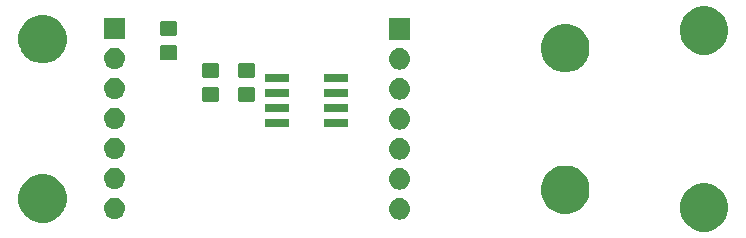
<source format=gbr>
G04 #@! TF.GenerationSoftware,KiCad,Pcbnew,(5.1.2)-2*
G04 #@! TF.CreationDate,2019-07-31T11:15:24+03:00*
G04 #@! TF.ProjectId,Sensor board,53656e73-6f72-4206-926f-6172642e6b69,rev?*
G04 #@! TF.SameCoordinates,Original*
G04 #@! TF.FileFunction,Soldermask,Top*
G04 #@! TF.FilePolarity,Negative*
%FSLAX46Y46*%
G04 Gerber Fmt 4.6, Leading zero omitted, Abs format (unit mm)*
G04 Created by KiCad (PCBNEW (5.1.2)-2) date 2019-07-31 11:15:24*
%MOMM*%
%LPD*%
G04 APERTURE LIST*
%ADD10C,0.100000*%
G04 APERTURE END LIST*
D10*
G36*
X103848254Y-34027818D02*
G01*
X104221511Y-34182426D01*
X104221513Y-34182427D01*
X104368705Y-34280778D01*
X104557436Y-34406884D01*
X104843116Y-34692564D01*
X105067574Y-35028489D01*
X105222182Y-35401746D01*
X105301000Y-35797993D01*
X105301000Y-36202007D01*
X105222182Y-36598254D01*
X105095355Y-36904442D01*
X105067573Y-36971513D01*
X104843116Y-37307436D01*
X104557436Y-37593116D01*
X104221513Y-37817573D01*
X104221512Y-37817574D01*
X104221511Y-37817574D01*
X103848254Y-37972182D01*
X103452007Y-38051000D01*
X103047993Y-38051000D01*
X102651746Y-37972182D01*
X102278489Y-37817574D01*
X102278488Y-37817574D01*
X102278487Y-37817573D01*
X101942564Y-37593116D01*
X101656884Y-37307436D01*
X101432427Y-36971513D01*
X101404645Y-36904442D01*
X101277818Y-36598254D01*
X101199000Y-36202007D01*
X101199000Y-35797993D01*
X101277818Y-35401746D01*
X101432426Y-35028489D01*
X101656884Y-34692564D01*
X101942564Y-34406884D01*
X102131295Y-34280778D01*
X102278487Y-34182427D01*
X102278489Y-34182426D01*
X102651746Y-34027818D01*
X103047993Y-33949000D01*
X103452007Y-33949000D01*
X103848254Y-34027818D01*
X103848254Y-34027818D01*
G37*
G36*
X47848254Y-33277818D02*
G01*
X48221511Y-33432426D01*
X48221513Y-33432427D01*
X48557436Y-33656884D01*
X48843116Y-33942564D01*
X49025277Y-34215186D01*
X49067574Y-34278489D01*
X49222182Y-34651746D01*
X49301000Y-35047993D01*
X49301000Y-35452007D01*
X49222182Y-35848254D01*
X49184853Y-35938374D01*
X49067573Y-36221513D01*
X48843116Y-36557436D01*
X48557436Y-36843116D01*
X48221513Y-37067573D01*
X48221512Y-37067574D01*
X48221511Y-37067574D01*
X47848254Y-37222182D01*
X47452007Y-37301000D01*
X47047993Y-37301000D01*
X46651746Y-37222182D01*
X46278489Y-37067574D01*
X46278488Y-37067574D01*
X46278487Y-37067573D01*
X45942564Y-36843116D01*
X45656884Y-36557436D01*
X45432427Y-36221513D01*
X45315147Y-35938374D01*
X45277818Y-35848254D01*
X45199000Y-35452007D01*
X45199000Y-35047993D01*
X45277818Y-34651746D01*
X45432426Y-34278489D01*
X45474724Y-34215186D01*
X45656884Y-33942564D01*
X45942564Y-33656884D01*
X46278487Y-33432427D01*
X46278489Y-33432426D01*
X46651746Y-33277818D01*
X47047993Y-33199000D01*
X47452007Y-33199000D01*
X47848254Y-33277818D01*
X47848254Y-33277818D01*
G37*
G36*
X77580442Y-35220519D02*
G01*
X77646627Y-35227038D01*
X77816466Y-35278558D01*
X77972991Y-35362223D01*
X78008729Y-35391553D01*
X78110186Y-35474815D01*
X78184205Y-35565009D01*
X78222778Y-35612010D01*
X78306443Y-35768535D01*
X78357963Y-35938374D01*
X78375359Y-36115001D01*
X78357963Y-36291628D01*
X78306443Y-36461467D01*
X78222778Y-36617992D01*
X78193448Y-36653730D01*
X78110186Y-36755187D01*
X78008729Y-36838449D01*
X77972991Y-36867779D01*
X77816466Y-36951444D01*
X77646627Y-37002964D01*
X77580443Y-37009482D01*
X77514260Y-37016001D01*
X77425740Y-37016001D01*
X77359557Y-37009482D01*
X77293373Y-37002964D01*
X77123534Y-36951444D01*
X76967009Y-36867779D01*
X76931271Y-36838449D01*
X76829814Y-36755187D01*
X76746552Y-36653730D01*
X76717222Y-36617992D01*
X76633557Y-36461467D01*
X76582037Y-36291628D01*
X76564641Y-36115001D01*
X76582037Y-35938374D01*
X76633557Y-35768535D01*
X76717222Y-35612010D01*
X76755795Y-35565009D01*
X76829814Y-35474815D01*
X76931271Y-35391553D01*
X76967009Y-35362223D01*
X77123534Y-35278558D01*
X77293373Y-35227038D01*
X77359558Y-35220519D01*
X77425740Y-35214001D01*
X77514260Y-35214001D01*
X77580442Y-35220519D01*
X77580442Y-35220519D01*
G37*
G36*
X53450442Y-35173518D02*
G01*
X53516627Y-35180037D01*
X53686466Y-35231557D01*
X53842991Y-35315222D01*
X53878729Y-35344552D01*
X53980186Y-35427814D01*
X54063448Y-35529271D01*
X54092778Y-35565009D01*
X54176443Y-35721534D01*
X54227963Y-35891373D01*
X54245359Y-36068000D01*
X54227963Y-36244627D01*
X54176443Y-36414466D01*
X54092778Y-36570991D01*
X54070404Y-36598254D01*
X53980186Y-36708186D01*
X53878729Y-36791448D01*
X53842991Y-36820778D01*
X53686466Y-36904443D01*
X53516627Y-36955963D01*
X53450442Y-36962482D01*
X53384260Y-36969000D01*
X53295740Y-36969000D01*
X53229558Y-36962482D01*
X53163373Y-36955963D01*
X52993534Y-36904443D01*
X52837009Y-36820778D01*
X52801271Y-36791448D01*
X52699814Y-36708186D01*
X52609596Y-36598254D01*
X52587222Y-36570991D01*
X52503557Y-36414466D01*
X52452037Y-36244627D01*
X52434641Y-36068000D01*
X52452037Y-35891373D01*
X52503557Y-35721534D01*
X52587222Y-35565009D01*
X52616552Y-35529271D01*
X52699814Y-35427814D01*
X52801271Y-35344552D01*
X52837009Y-35315222D01*
X52993534Y-35231557D01*
X53163373Y-35180037D01*
X53229558Y-35173518D01*
X53295740Y-35167000D01*
X53384260Y-35167000D01*
X53450442Y-35173518D01*
X53450442Y-35173518D01*
G37*
G36*
X92098254Y-32527818D02*
G01*
X92451171Y-32674001D01*
X92471513Y-32682427D01*
X92807436Y-32906884D01*
X93093116Y-33192564D01*
X93317248Y-33528000D01*
X93317574Y-33528489D01*
X93472182Y-33901746D01*
X93551000Y-34297993D01*
X93551000Y-34702007D01*
X93472182Y-35098254D01*
X93335674Y-35427814D01*
X93317573Y-35471513D01*
X93093116Y-35807436D01*
X92807436Y-36093116D01*
X92471513Y-36317573D01*
X92471512Y-36317574D01*
X92471511Y-36317574D01*
X92098254Y-36472182D01*
X91702007Y-36551000D01*
X91297993Y-36551000D01*
X90901746Y-36472182D01*
X90528489Y-36317574D01*
X90528488Y-36317574D01*
X90528487Y-36317573D01*
X90192564Y-36093116D01*
X89906884Y-35807436D01*
X89682427Y-35471513D01*
X89664326Y-35427814D01*
X89527818Y-35098254D01*
X89449000Y-34702007D01*
X89449000Y-34297993D01*
X89527818Y-33901746D01*
X89682426Y-33528489D01*
X89682753Y-33528000D01*
X89906884Y-33192564D01*
X90192564Y-32906884D01*
X90528487Y-32682427D01*
X90548829Y-32674001D01*
X90901746Y-32527818D01*
X91297993Y-32449000D01*
X91702007Y-32449000D01*
X92098254Y-32527818D01*
X92098254Y-32527818D01*
G37*
G36*
X77580443Y-32680520D02*
G01*
X77646627Y-32687038D01*
X77816466Y-32738558D01*
X77972991Y-32822223D01*
X78008729Y-32851553D01*
X78110186Y-32934815D01*
X78184205Y-33025009D01*
X78222778Y-33072010D01*
X78306443Y-33228535D01*
X78357963Y-33398374D01*
X78375359Y-33575001D01*
X78357963Y-33751628D01*
X78306443Y-33921467D01*
X78222778Y-34077992D01*
X78193448Y-34113730D01*
X78110186Y-34215187D01*
X78009285Y-34297993D01*
X77972991Y-34327779D01*
X77816466Y-34411444D01*
X77646627Y-34462964D01*
X77580442Y-34469483D01*
X77514260Y-34476001D01*
X77425740Y-34476001D01*
X77359558Y-34469483D01*
X77293373Y-34462964D01*
X77123534Y-34411444D01*
X76967009Y-34327779D01*
X76930715Y-34297993D01*
X76829814Y-34215187D01*
X76746552Y-34113730D01*
X76717222Y-34077992D01*
X76633557Y-33921467D01*
X76582037Y-33751628D01*
X76564641Y-33575001D01*
X76582037Y-33398374D01*
X76633557Y-33228535D01*
X76717222Y-33072010D01*
X76755795Y-33025009D01*
X76829814Y-32934815D01*
X76931271Y-32851553D01*
X76967009Y-32822223D01*
X77123534Y-32738558D01*
X77293373Y-32687038D01*
X77359557Y-32680520D01*
X77425740Y-32674001D01*
X77514260Y-32674001D01*
X77580443Y-32680520D01*
X77580443Y-32680520D01*
G37*
G36*
X53450442Y-32633518D02*
G01*
X53516627Y-32640037D01*
X53686466Y-32691557D01*
X53842991Y-32775222D01*
X53878729Y-32804552D01*
X53980186Y-32887814D01*
X54063448Y-32989271D01*
X54092778Y-33025009D01*
X54176443Y-33181534D01*
X54227963Y-33351373D01*
X54245359Y-33528000D01*
X54227963Y-33704627D01*
X54176443Y-33874466D01*
X54092778Y-34030991D01*
X54063448Y-34066729D01*
X53980186Y-34168186D01*
X53878729Y-34251448D01*
X53842991Y-34280778D01*
X53686466Y-34364443D01*
X53516627Y-34415963D01*
X53450443Y-34422481D01*
X53384260Y-34429000D01*
X53295740Y-34429000D01*
X53229557Y-34422481D01*
X53163373Y-34415963D01*
X52993534Y-34364443D01*
X52837009Y-34280778D01*
X52801271Y-34251448D01*
X52699814Y-34168186D01*
X52616552Y-34066729D01*
X52587222Y-34030991D01*
X52503557Y-33874466D01*
X52452037Y-33704627D01*
X52434641Y-33528000D01*
X52452037Y-33351373D01*
X52503557Y-33181534D01*
X52587222Y-33025009D01*
X52616552Y-32989271D01*
X52699814Y-32887814D01*
X52801271Y-32804552D01*
X52837009Y-32775222D01*
X52993534Y-32691557D01*
X53163373Y-32640037D01*
X53229558Y-32633518D01*
X53295740Y-32627000D01*
X53384260Y-32627000D01*
X53450442Y-32633518D01*
X53450442Y-32633518D01*
G37*
G36*
X77580443Y-30140520D02*
G01*
X77646627Y-30147038D01*
X77816466Y-30198558D01*
X77972991Y-30282223D01*
X78008729Y-30311553D01*
X78110186Y-30394815D01*
X78184205Y-30485009D01*
X78222778Y-30532010D01*
X78306443Y-30688535D01*
X78357963Y-30858374D01*
X78375359Y-31035001D01*
X78357963Y-31211628D01*
X78306443Y-31381467D01*
X78222778Y-31537992D01*
X78193448Y-31573730D01*
X78110186Y-31675187D01*
X78008729Y-31758449D01*
X77972991Y-31787779D01*
X77816466Y-31871444D01*
X77646627Y-31922964D01*
X77580443Y-31929482D01*
X77514260Y-31936001D01*
X77425740Y-31936001D01*
X77359557Y-31929482D01*
X77293373Y-31922964D01*
X77123534Y-31871444D01*
X76967009Y-31787779D01*
X76931271Y-31758449D01*
X76829814Y-31675187D01*
X76746552Y-31573730D01*
X76717222Y-31537992D01*
X76633557Y-31381467D01*
X76582037Y-31211628D01*
X76564641Y-31035001D01*
X76582037Y-30858374D01*
X76633557Y-30688535D01*
X76717222Y-30532010D01*
X76755795Y-30485009D01*
X76829814Y-30394815D01*
X76931271Y-30311553D01*
X76967009Y-30282223D01*
X77123534Y-30198558D01*
X77293373Y-30147038D01*
X77359557Y-30140520D01*
X77425740Y-30134001D01*
X77514260Y-30134001D01*
X77580443Y-30140520D01*
X77580443Y-30140520D01*
G37*
G36*
X53450442Y-30093518D02*
G01*
X53516627Y-30100037D01*
X53686466Y-30151557D01*
X53842991Y-30235222D01*
X53878729Y-30264552D01*
X53980186Y-30347814D01*
X54063448Y-30449271D01*
X54092778Y-30485009D01*
X54176443Y-30641534D01*
X54227963Y-30811373D01*
X54245359Y-30988000D01*
X54227963Y-31164627D01*
X54176443Y-31334466D01*
X54092778Y-31490991D01*
X54063448Y-31526729D01*
X53980186Y-31628186D01*
X53878729Y-31711448D01*
X53842991Y-31740778D01*
X53686466Y-31824443D01*
X53516627Y-31875963D01*
X53450442Y-31882482D01*
X53384260Y-31889000D01*
X53295740Y-31889000D01*
X53229558Y-31882482D01*
X53163373Y-31875963D01*
X52993534Y-31824443D01*
X52837009Y-31740778D01*
X52801271Y-31711448D01*
X52699814Y-31628186D01*
X52616552Y-31526729D01*
X52587222Y-31490991D01*
X52503557Y-31334466D01*
X52452037Y-31164627D01*
X52434641Y-30988000D01*
X52452037Y-30811373D01*
X52503557Y-30641534D01*
X52587222Y-30485009D01*
X52616552Y-30449271D01*
X52699814Y-30347814D01*
X52801271Y-30264552D01*
X52837009Y-30235222D01*
X52993534Y-30151557D01*
X53163373Y-30100037D01*
X53229558Y-30093518D01*
X53295740Y-30087000D01*
X53384260Y-30087000D01*
X53450442Y-30093518D01*
X53450442Y-30093518D01*
G37*
G36*
X77580443Y-27600520D02*
G01*
X77646627Y-27607038D01*
X77816466Y-27658558D01*
X77972991Y-27742223D01*
X78005299Y-27768738D01*
X78110186Y-27854815D01*
X78155474Y-27910000D01*
X78222778Y-27992010D01*
X78306443Y-28148535D01*
X78357963Y-28318374D01*
X78375359Y-28495001D01*
X78357963Y-28671628D01*
X78306443Y-28841467D01*
X78222778Y-28997992D01*
X78193448Y-29033730D01*
X78110186Y-29135187D01*
X78008729Y-29218449D01*
X77972991Y-29247779D01*
X77816466Y-29331444D01*
X77646627Y-29382964D01*
X77580442Y-29389483D01*
X77514260Y-29396001D01*
X77425740Y-29396001D01*
X77359558Y-29389483D01*
X77293373Y-29382964D01*
X77123534Y-29331444D01*
X76967009Y-29247779D01*
X76931271Y-29218449D01*
X76829814Y-29135187D01*
X76746552Y-29033730D01*
X76717222Y-28997992D01*
X76633557Y-28841467D01*
X76582037Y-28671628D01*
X76564641Y-28495001D01*
X76582037Y-28318374D01*
X76633557Y-28148535D01*
X76717222Y-27992010D01*
X76784526Y-27910000D01*
X76829814Y-27854815D01*
X76934701Y-27768738D01*
X76967009Y-27742223D01*
X77123534Y-27658558D01*
X77293373Y-27607038D01*
X77359557Y-27600520D01*
X77425740Y-27594001D01*
X77514260Y-27594001D01*
X77580443Y-27600520D01*
X77580443Y-27600520D01*
G37*
G36*
X53450442Y-27553518D02*
G01*
X53516627Y-27560037D01*
X53686466Y-27611557D01*
X53842991Y-27695222D01*
X53878729Y-27724552D01*
X53980186Y-27807814D01*
X54048004Y-27890452D01*
X54092778Y-27945009D01*
X54176443Y-28101534D01*
X54227963Y-28271373D01*
X54245359Y-28448000D01*
X54227963Y-28624627D01*
X54176443Y-28794466D01*
X54092778Y-28950991D01*
X54063448Y-28986729D01*
X53980186Y-29088186D01*
X53892128Y-29160452D01*
X53842991Y-29200778D01*
X53686466Y-29284443D01*
X53516627Y-29335963D01*
X53450443Y-29342481D01*
X53384260Y-29349000D01*
X53295740Y-29349000D01*
X53229557Y-29342481D01*
X53163373Y-29335963D01*
X52993534Y-29284443D01*
X52837009Y-29200778D01*
X52787872Y-29160452D01*
X52699814Y-29088186D01*
X52616552Y-28986729D01*
X52587222Y-28950991D01*
X52503557Y-28794466D01*
X52452037Y-28624627D01*
X52434641Y-28448000D01*
X52452037Y-28271373D01*
X52503557Y-28101534D01*
X52587222Y-27945009D01*
X52631996Y-27890452D01*
X52699814Y-27807814D01*
X52801271Y-27724552D01*
X52837009Y-27695222D01*
X52993534Y-27611557D01*
X53163373Y-27560037D01*
X53229558Y-27553518D01*
X53295740Y-27547000D01*
X53384260Y-27547000D01*
X53450442Y-27553518D01*
X53450442Y-27553518D01*
G37*
G36*
X68055928Y-28480764D02*
G01*
X68077009Y-28487160D01*
X68096445Y-28497548D01*
X68113476Y-28511524D01*
X68127452Y-28528555D01*
X68137840Y-28547991D01*
X68144236Y-28569072D01*
X68147000Y-28597140D01*
X68147000Y-29060860D01*
X68144236Y-29088928D01*
X68137840Y-29110009D01*
X68127452Y-29129445D01*
X68113476Y-29146476D01*
X68096445Y-29160452D01*
X68077009Y-29170840D01*
X68055928Y-29177236D01*
X68027860Y-29180000D01*
X66214140Y-29180000D01*
X66186072Y-29177236D01*
X66164991Y-29170840D01*
X66145555Y-29160452D01*
X66128524Y-29146476D01*
X66114548Y-29129445D01*
X66104160Y-29110009D01*
X66097764Y-29088928D01*
X66095000Y-29060860D01*
X66095000Y-28597140D01*
X66097764Y-28569072D01*
X66104160Y-28547991D01*
X66114548Y-28528555D01*
X66128524Y-28511524D01*
X66145555Y-28497548D01*
X66164991Y-28487160D01*
X66186072Y-28480764D01*
X66214140Y-28478000D01*
X68027860Y-28478000D01*
X68055928Y-28480764D01*
X68055928Y-28480764D01*
G37*
G36*
X73005928Y-28480764D02*
G01*
X73027009Y-28487160D01*
X73046445Y-28497548D01*
X73063476Y-28511524D01*
X73077452Y-28528555D01*
X73087840Y-28547991D01*
X73094236Y-28569072D01*
X73097000Y-28597140D01*
X73097000Y-29060860D01*
X73094236Y-29088928D01*
X73087840Y-29110009D01*
X73077452Y-29129445D01*
X73063476Y-29146476D01*
X73046445Y-29160452D01*
X73027009Y-29170840D01*
X73005928Y-29177236D01*
X72977860Y-29180000D01*
X71164140Y-29180000D01*
X71136072Y-29177236D01*
X71114991Y-29170840D01*
X71095555Y-29160452D01*
X71078524Y-29146476D01*
X71064548Y-29129445D01*
X71054160Y-29110009D01*
X71047764Y-29088928D01*
X71045000Y-29060860D01*
X71045000Y-28597140D01*
X71047764Y-28569072D01*
X71054160Y-28547991D01*
X71064548Y-28528555D01*
X71078524Y-28511524D01*
X71095555Y-28497548D01*
X71114991Y-28487160D01*
X71136072Y-28480764D01*
X71164140Y-28478000D01*
X72977860Y-28478000D01*
X73005928Y-28480764D01*
X73005928Y-28480764D01*
G37*
G36*
X68055928Y-27210764D02*
G01*
X68077009Y-27217160D01*
X68096445Y-27227548D01*
X68113476Y-27241524D01*
X68127452Y-27258555D01*
X68137840Y-27277991D01*
X68144236Y-27299072D01*
X68147000Y-27327140D01*
X68147000Y-27790860D01*
X68144236Y-27818928D01*
X68137840Y-27840009D01*
X68127452Y-27859445D01*
X68113476Y-27876476D01*
X68096445Y-27890452D01*
X68077009Y-27900840D01*
X68055928Y-27907236D01*
X68027860Y-27910000D01*
X66214140Y-27910000D01*
X66186072Y-27907236D01*
X66164991Y-27900840D01*
X66145555Y-27890452D01*
X66128524Y-27876476D01*
X66114548Y-27859445D01*
X66104160Y-27840009D01*
X66097764Y-27818928D01*
X66095000Y-27790860D01*
X66095000Y-27327140D01*
X66097764Y-27299072D01*
X66104160Y-27277991D01*
X66114548Y-27258555D01*
X66128524Y-27241524D01*
X66145555Y-27227548D01*
X66164991Y-27217160D01*
X66186072Y-27210764D01*
X66214140Y-27208000D01*
X68027860Y-27208000D01*
X68055928Y-27210764D01*
X68055928Y-27210764D01*
G37*
G36*
X73005928Y-27210764D02*
G01*
X73027009Y-27217160D01*
X73046445Y-27227548D01*
X73063476Y-27241524D01*
X73077452Y-27258555D01*
X73087840Y-27277991D01*
X73094236Y-27299072D01*
X73097000Y-27327140D01*
X73097000Y-27790860D01*
X73094236Y-27818928D01*
X73087840Y-27840009D01*
X73077452Y-27859445D01*
X73063476Y-27876476D01*
X73046445Y-27890452D01*
X73027009Y-27900840D01*
X73005928Y-27907236D01*
X72977860Y-27910000D01*
X71164140Y-27910000D01*
X71136072Y-27907236D01*
X71114991Y-27900840D01*
X71095555Y-27890452D01*
X71078524Y-27876476D01*
X71064548Y-27859445D01*
X71054160Y-27840009D01*
X71047764Y-27818928D01*
X71045000Y-27790860D01*
X71045000Y-27327140D01*
X71047764Y-27299072D01*
X71054160Y-27277991D01*
X71064548Y-27258555D01*
X71078524Y-27241524D01*
X71095555Y-27227548D01*
X71114991Y-27217160D01*
X71136072Y-27210764D01*
X71164140Y-27208000D01*
X72977860Y-27208000D01*
X73005928Y-27210764D01*
X73005928Y-27210764D01*
G37*
G36*
X65104674Y-25803465D02*
G01*
X65142367Y-25814899D01*
X65177103Y-25833466D01*
X65207548Y-25858452D01*
X65232534Y-25888897D01*
X65251101Y-25923633D01*
X65262535Y-25961326D01*
X65267000Y-26006661D01*
X65267000Y-26843339D01*
X65262535Y-26888674D01*
X65251101Y-26926367D01*
X65232534Y-26961103D01*
X65207548Y-26991548D01*
X65177103Y-27016534D01*
X65142367Y-27035101D01*
X65104674Y-27046535D01*
X65059339Y-27051000D01*
X63972661Y-27051000D01*
X63927326Y-27046535D01*
X63889633Y-27035101D01*
X63854897Y-27016534D01*
X63824452Y-26991548D01*
X63799466Y-26961103D01*
X63780899Y-26926367D01*
X63769465Y-26888674D01*
X63765000Y-26843339D01*
X63765000Y-26006661D01*
X63769465Y-25961326D01*
X63780899Y-25923633D01*
X63799466Y-25888897D01*
X63824452Y-25858452D01*
X63854897Y-25833466D01*
X63889633Y-25814899D01*
X63927326Y-25803465D01*
X63972661Y-25799000D01*
X65059339Y-25799000D01*
X65104674Y-25803465D01*
X65104674Y-25803465D01*
G37*
G36*
X62056674Y-25803465D02*
G01*
X62094367Y-25814899D01*
X62129103Y-25833466D01*
X62159548Y-25858452D01*
X62184534Y-25888897D01*
X62203101Y-25923633D01*
X62214535Y-25961326D01*
X62219000Y-26006661D01*
X62219000Y-26843339D01*
X62214535Y-26888674D01*
X62203101Y-26926367D01*
X62184534Y-26961103D01*
X62159548Y-26991548D01*
X62129103Y-27016534D01*
X62094367Y-27035101D01*
X62056674Y-27046535D01*
X62011339Y-27051000D01*
X60924661Y-27051000D01*
X60879326Y-27046535D01*
X60841633Y-27035101D01*
X60806897Y-27016534D01*
X60776452Y-26991548D01*
X60751466Y-26961103D01*
X60732899Y-26926367D01*
X60721465Y-26888674D01*
X60717000Y-26843339D01*
X60717000Y-26006661D01*
X60721465Y-25961326D01*
X60732899Y-25923633D01*
X60751466Y-25888897D01*
X60776452Y-25858452D01*
X60806897Y-25833466D01*
X60841633Y-25814899D01*
X60879326Y-25803465D01*
X60924661Y-25799000D01*
X62011339Y-25799000D01*
X62056674Y-25803465D01*
X62056674Y-25803465D01*
G37*
G36*
X77580443Y-25060520D02*
G01*
X77646627Y-25067038D01*
X77816466Y-25118558D01*
X77972991Y-25202223D01*
X78005299Y-25228738D01*
X78110186Y-25314815D01*
X78155474Y-25370000D01*
X78222778Y-25452010D01*
X78306443Y-25608535D01*
X78357963Y-25778374D01*
X78375359Y-25955001D01*
X78357963Y-26131628D01*
X78306443Y-26301467D01*
X78222778Y-26457992D01*
X78193448Y-26493730D01*
X78110186Y-26595187D01*
X78008729Y-26678449D01*
X77972991Y-26707779D01*
X77816466Y-26791444D01*
X77646627Y-26842964D01*
X77580443Y-26849482D01*
X77514260Y-26856001D01*
X77425740Y-26856001D01*
X77359557Y-26849482D01*
X77293373Y-26842964D01*
X77123534Y-26791444D01*
X76967009Y-26707779D01*
X76931271Y-26678449D01*
X76829814Y-26595187D01*
X76746552Y-26493730D01*
X76717222Y-26457992D01*
X76633557Y-26301467D01*
X76582037Y-26131628D01*
X76564641Y-25955001D01*
X76582037Y-25778374D01*
X76633557Y-25608535D01*
X76717222Y-25452010D01*
X76784526Y-25370000D01*
X76829814Y-25314815D01*
X76934701Y-25228738D01*
X76967009Y-25202223D01*
X77123534Y-25118558D01*
X77293373Y-25067038D01*
X77359557Y-25060520D01*
X77425740Y-25054001D01*
X77514260Y-25054001D01*
X77580443Y-25060520D01*
X77580443Y-25060520D01*
G37*
G36*
X53450443Y-25013519D02*
G01*
X53516627Y-25020037D01*
X53686466Y-25071557D01*
X53842991Y-25155222D01*
X53878729Y-25184552D01*
X53980186Y-25267814D01*
X54048004Y-25350452D01*
X54092778Y-25405009D01*
X54176443Y-25561534D01*
X54227963Y-25731373D01*
X54245359Y-25908000D01*
X54227963Y-26084627D01*
X54176443Y-26254466D01*
X54092778Y-26410991D01*
X54063448Y-26446729D01*
X53980186Y-26548186D01*
X53892128Y-26620452D01*
X53842991Y-26660778D01*
X53686466Y-26744443D01*
X53516627Y-26795963D01*
X53450442Y-26802482D01*
X53384260Y-26809000D01*
X53295740Y-26809000D01*
X53229558Y-26802482D01*
X53163373Y-26795963D01*
X52993534Y-26744443D01*
X52837009Y-26660778D01*
X52787872Y-26620452D01*
X52699814Y-26548186D01*
X52616552Y-26446729D01*
X52587222Y-26410991D01*
X52503557Y-26254466D01*
X52452037Y-26084627D01*
X52434641Y-25908000D01*
X52452037Y-25731373D01*
X52503557Y-25561534D01*
X52587222Y-25405009D01*
X52631996Y-25350452D01*
X52699814Y-25267814D01*
X52801271Y-25184552D01*
X52837009Y-25155222D01*
X52993534Y-25071557D01*
X53163373Y-25020037D01*
X53229557Y-25013519D01*
X53295740Y-25007000D01*
X53384260Y-25007000D01*
X53450443Y-25013519D01*
X53450443Y-25013519D01*
G37*
G36*
X73005928Y-25940764D02*
G01*
X73027009Y-25947160D01*
X73046445Y-25957548D01*
X73063476Y-25971524D01*
X73077452Y-25988555D01*
X73087840Y-26007991D01*
X73094236Y-26029072D01*
X73097000Y-26057140D01*
X73097000Y-26520860D01*
X73094236Y-26548928D01*
X73087840Y-26570009D01*
X73077452Y-26589445D01*
X73063476Y-26606476D01*
X73046445Y-26620452D01*
X73027009Y-26630840D01*
X73005928Y-26637236D01*
X72977860Y-26640000D01*
X71164140Y-26640000D01*
X71136072Y-26637236D01*
X71114991Y-26630840D01*
X71095555Y-26620452D01*
X71078524Y-26606476D01*
X71064548Y-26589445D01*
X71054160Y-26570009D01*
X71047764Y-26548928D01*
X71045000Y-26520860D01*
X71045000Y-26057140D01*
X71047764Y-26029072D01*
X71054160Y-26007991D01*
X71064548Y-25988555D01*
X71078524Y-25971524D01*
X71095555Y-25957548D01*
X71114991Y-25947160D01*
X71136072Y-25940764D01*
X71164140Y-25938000D01*
X72977860Y-25938000D01*
X73005928Y-25940764D01*
X73005928Y-25940764D01*
G37*
G36*
X68055928Y-25940764D02*
G01*
X68077009Y-25947160D01*
X68096445Y-25957548D01*
X68113476Y-25971524D01*
X68127452Y-25988555D01*
X68137840Y-26007991D01*
X68144236Y-26029072D01*
X68147000Y-26057140D01*
X68147000Y-26520860D01*
X68144236Y-26548928D01*
X68137840Y-26570009D01*
X68127452Y-26589445D01*
X68113476Y-26606476D01*
X68096445Y-26620452D01*
X68077009Y-26630840D01*
X68055928Y-26637236D01*
X68027860Y-26640000D01*
X66214140Y-26640000D01*
X66186072Y-26637236D01*
X66164991Y-26630840D01*
X66145555Y-26620452D01*
X66128524Y-26606476D01*
X66114548Y-26589445D01*
X66104160Y-26570009D01*
X66097764Y-26548928D01*
X66095000Y-26520860D01*
X66095000Y-26057140D01*
X66097764Y-26029072D01*
X66104160Y-26007991D01*
X66114548Y-25988555D01*
X66128524Y-25971524D01*
X66145555Y-25957548D01*
X66164991Y-25947160D01*
X66186072Y-25940764D01*
X66214140Y-25938000D01*
X68027860Y-25938000D01*
X68055928Y-25940764D01*
X68055928Y-25940764D01*
G37*
G36*
X68055928Y-24670764D02*
G01*
X68077009Y-24677160D01*
X68096445Y-24687548D01*
X68113476Y-24701524D01*
X68127452Y-24718555D01*
X68137840Y-24737991D01*
X68144236Y-24759072D01*
X68147000Y-24787140D01*
X68147000Y-25250860D01*
X68144236Y-25278928D01*
X68137840Y-25300009D01*
X68127452Y-25319445D01*
X68113476Y-25336476D01*
X68096445Y-25350452D01*
X68077009Y-25360840D01*
X68055928Y-25367236D01*
X68027860Y-25370000D01*
X66214140Y-25370000D01*
X66186072Y-25367236D01*
X66164991Y-25360840D01*
X66145555Y-25350452D01*
X66128524Y-25336476D01*
X66114548Y-25319445D01*
X66104160Y-25300009D01*
X66097764Y-25278928D01*
X66095000Y-25250860D01*
X66095000Y-24787140D01*
X66097764Y-24759072D01*
X66104160Y-24737991D01*
X66114548Y-24718555D01*
X66128524Y-24701524D01*
X66145555Y-24687548D01*
X66164991Y-24677160D01*
X66186072Y-24670764D01*
X66214140Y-24668000D01*
X68027860Y-24668000D01*
X68055928Y-24670764D01*
X68055928Y-24670764D01*
G37*
G36*
X73005928Y-24670764D02*
G01*
X73027009Y-24677160D01*
X73046445Y-24687548D01*
X73063476Y-24701524D01*
X73077452Y-24718555D01*
X73087840Y-24737991D01*
X73094236Y-24759072D01*
X73097000Y-24787140D01*
X73097000Y-25250860D01*
X73094236Y-25278928D01*
X73087840Y-25300009D01*
X73077452Y-25319445D01*
X73063476Y-25336476D01*
X73046445Y-25350452D01*
X73027009Y-25360840D01*
X73005928Y-25367236D01*
X72977860Y-25370000D01*
X71164140Y-25370000D01*
X71136072Y-25367236D01*
X71114991Y-25360840D01*
X71095555Y-25350452D01*
X71078524Y-25336476D01*
X71064548Y-25319445D01*
X71054160Y-25300009D01*
X71047764Y-25278928D01*
X71045000Y-25250860D01*
X71045000Y-24787140D01*
X71047764Y-24759072D01*
X71054160Y-24737991D01*
X71064548Y-24718555D01*
X71078524Y-24701524D01*
X71095555Y-24687548D01*
X71114991Y-24677160D01*
X71136072Y-24670764D01*
X71164140Y-24668000D01*
X72977860Y-24668000D01*
X73005928Y-24670764D01*
X73005928Y-24670764D01*
G37*
G36*
X65104674Y-23753465D02*
G01*
X65142367Y-23764899D01*
X65177103Y-23783466D01*
X65207548Y-23808452D01*
X65232534Y-23838897D01*
X65251101Y-23873633D01*
X65262535Y-23911326D01*
X65267000Y-23956661D01*
X65267000Y-24793339D01*
X65262535Y-24838674D01*
X65251101Y-24876367D01*
X65232534Y-24911103D01*
X65207548Y-24941548D01*
X65177103Y-24966534D01*
X65142367Y-24985101D01*
X65104674Y-24996535D01*
X65059339Y-25001000D01*
X63972661Y-25001000D01*
X63927326Y-24996535D01*
X63889633Y-24985101D01*
X63854897Y-24966534D01*
X63824452Y-24941548D01*
X63799466Y-24911103D01*
X63780899Y-24876367D01*
X63769465Y-24838674D01*
X63765000Y-24793339D01*
X63765000Y-23956661D01*
X63769465Y-23911326D01*
X63780899Y-23873633D01*
X63799466Y-23838897D01*
X63824452Y-23808452D01*
X63854897Y-23783466D01*
X63889633Y-23764899D01*
X63927326Y-23753465D01*
X63972661Y-23749000D01*
X65059339Y-23749000D01*
X65104674Y-23753465D01*
X65104674Y-23753465D01*
G37*
G36*
X62056674Y-23753465D02*
G01*
X62094367Y-23764899D01*
X62129103Y-23783466D01*
X62159548Y-23808452D01*
X62184534Y-23838897D01*
X62203101Y-23873633D01*
X62214535Y-23911326D01*
X62219000Y-23956661D01*
X62219000Y-24793339D01*
X62214535Y-24838674D01*
X62203101Y-24876367D01*
X62184534Y-24911103D01*
X62159548Y-24941548D01*
X62129103Y-24966534D01*
X62094367Y-24985101D01*
X62056674Y-24996535D01*
X62011339Y-25001000D01*
X60924661Y-25001000D01*
X60879326Y-24996535D01*
X60841633Y-24985101D01*
X60806897Y-24966534D01*
X60776452Y-24941548D01*
X60751466Y-24911103D01*
X60732899Y-24876367D01*
X60721465Y-24838674D01*
X60717000Y-24793339D01*
X60717000Y-23956661D01*
X60721465Y-23911326D01*
X60732899Y-23873633D01*
X60751466Y-23838897D01*
X60776452Y-23808452D01*
X60806897Y-23783466D01*
X60841633Y-23764899D01*
X60879326Y-23753465D01*
X60924661Y-23749000D01*
X62011339Y-23749000D01*
X62056674Y-23753465D01*
X62056674Y-23753465D01*
G37*
G36*
X92098254Y-20527818D02*
G01*
X92471511Y-20682426D01*
X92471513Y-20682427D01*
X92807436Y-20906884D01*
X93093116Y-21192564D01*
X93264308Y-21448770D01*
X93317574Y-21528489D01*
X93472182Y-21901746D01*
X93551000Y-22297993D01*
X93551000Y-22702007D01*
X93472182Y-23098254D01*
X93341353Y-23414103D01*
X93317573Y-23471513D01*
X93093116Y-23807436D01*
X92807436Y-24093116D01*
X92471513Y-24317573D01*
X92471512Y-24317574D01*
X92471511Y-24317574D01*
X92098254Y-24472182D01*
X91702007Y-24551000D01*
X91297993Y-24551000D01*
X90901746Y-24472182D01*
X90528489Y-24317574D01*
X90528488Y-24317574D01*
X90528487Y-24317573D01*
X90192564Y-24093116D01*
X89906884Y-23807436D01*
X89682427Y-23471513D01*
X89658647Y-23414103D01*
X89527818Y-23098254D01*
X89449000Y-22702007D01*
X89449000Y-22297993D01*
X89527818Y-21901746D01*
X89682426Y-21528489D01*
X89735693Y-21448770D01*
X89906884Y-21192564D01*
X90192564Y-20906884D01*
X90528487Y-20682427D01*
X90528489Y-20682426D01*
X90901746Y-20527818D01*
X91297993Y-20449000D01*
X91702007Y-20449000D01*
X92098254Y-20527818D01*
X92098254Y-20527818D01*
G37*
G36*
X77580443Y-22520520D02*
G01*
X77646627Y-22527038D01*
X77816466Y-22578558D01*
X77972991Y-22662223D01*
X78008729Y-22691553D01*
X78110186Y-22774815D01*
X78184205Y-22865009D01*
X78222778Y-22912010D01*
X78306443Y-23068535D01*
X78357963Y-23238374D01*
X78375359Y-23415001D01*
X78357963Y-23591628D01*
X78306443Y-23761467D01*
X78222778Y-23917992D01*
X78193448Y-23953730D01*
X78110186Y-24055187D01*
X78008729Y-24138449D01*
X77972991Y-24167779D01*
X77816466Y-24251444D01*
X77646627Y-24302964D01*
X77580443Y-24309482D01*
X77514260Y-24316001D01*
X77425740Y-24316001D01*
X77359558Y-24309483D01*
X77293373Y-24302964D01*
X77123534Y-24251444D01*
X76967009Y-24167779D01*
X76931271Y-24138449D01*
X76829814Y-24055187D01*
X76746552Y-23953730D01*
X76717222Y-23917992D01*
X76633557Y-23761467D01*
X76582037Y-23591628D01*
X76564641Y-23415001D01*
X76582037Y-23238374D01*
X76633557Y-23068535D01*
X76717222Y-22912010D01*
X76755795Y-22865009D01*
X76829814Y-22774815D01*
X76931271Y-22691553D01*
X76967009Y-22662223D01*
X77123534Y-22578558D01*
X77293373Y-22527038D01*
X77359557Y-22520520D01*
X77425740Y-22514001D01*
X77514260Y-22514001D01*
X77580443Y-22520520D01*
X77580443Y-22520520D01*
G37*
G36*
X53450443Y-22473519D02*
G01*
X53516627Y-22480037D01*
X53686466Y-22531557D01*
X53842991Y-22615222D01*
X53878729Y-22644552D01*
X53980186Y-22727814D01*
X54053848Y-22817573D01*
X54092778Y-22865009D01*
X54176443Y-23021534D01*
X54227963Y-23191373D01*
X54245359Y-23368000D01*
X54227963Y-23544627D01*
X54176443Y-23714466D01*
X54092778Y-23870991D01*
X54063448Y-23906729D01*
X53980186Y-24008186D01*
X53878729Y-24091448D01*
X53842991Y-24120778D01*
X53686466Y-24204443D01*
X53516627Y-24255963D01*
X53450443Y-24262481D01*
X53384260Y-24269000D01*
X53295740Y-24269000D01*
X53229557Y-24262481D01*
X53163373Y-24255963D01*
X52993534Y-24204443D01*
X52837009Y-24120778D01*
X52801271Y-24091448D01*
X52699814Y-24008186D01*
X52616552Y-23906729D01*
X52587222Y-23870991D01*
X52503557Y-23714466D01*
X52452037Y-23544627D01*
X52434641Y-23368000D01*
X52452037Y-23191373D01*
X52503557Y-23021534D01*
X52587222Y-22865009D01*
X52626152Y-22817573D01*
X52699814Y-22727814D01*
X52801271Y-22644552D01*
X52837009Y-22615222D01*
X52993534Y-22531557D01*
X53163373Y-22480037D01*
X53229558Y-22473518D01*
X53295740Y-22467000D01*
X53384260Y-22467000D01*
X53450443Y-22473519D01*
X53450443Y-22473519D01*
G37*
G36*
X47848254Y-19777818D02*
G01*
X48208411Y-19927000D01*
X48221513Y-19932427D01*
X48557436Y-20156884D01*
X48843116Y-20442564D01*
X49003388Y-20682427D01*
X49067574Y-20778489D01*
X49222182Y-21151746D01*
X49301000Y-21547993D01*
X49301000Y-21952007D01*
X49222182Y-22348254D01*
X49111600Y-22615222D01*
X49067573Y-22721513D01*
X48843116Y-23057436D01*
X48557436Y-23343116D01*
X48221513Y-23567573D01*
X48221512Y-23567574D01*
X48221511Y-23567574D01*
X47848254Y-23722182D01*
X47452007Y-23801000D01*
X47047993Y-23801000D01*
X46651746Y-23722182D01*
X46278489Y-23567574D01*
X46278488Y-23567574D01*
X46278487Y-23567573D01*
X45942564Y-23343116D01*
X45656884Y-23057436D01*
X45432427Y-22721513D01*
X45388400Y-22615222D01*
X45277818Y-22348254D01*
X45199000Y-21952007D01*
X45199000Y-21547993D01*
X45277818Y-21151746D01*
X45432426Y-20778489D01*
X45496613Y-20682427D01*
X45656884Y-20442564D01*
X45942564Y-20156884D01*
X46278487Y-19932427D01*
X46291589Y-19927000D01*
X46651746Y-19777818D01*
X47047993Y-19699000D01*
X47452007Y-19699000D01*
X47848254Y-19777818D01*
X47848254Y-19777818D01*
G37*
G36*
X58500674Y-22256465D02*
G01*
X58538367Y-22267899D01*
X58573103Y-22286466D01*
X58603548Y-22311452D01*
X58628534Y-22341897D01*
X58647101Y-22376633D01*
X58658535Y-22414326D01*
X58663000Y-22459661D01*
X58663000Y-23296339D01*
X58658535Y-23341674D01*
X58647101Y-23379367D01*
X58628534Y-23414103D01*
X58603548Y-23444548D01*
X58573103Y-23469534D01*
X58538367Y-23488101D01*
X58500674Y-23499535D01*
X58455339Y-23504000D01*
X57368661Y-23504000D01*
X57323326Y-23499535D01*
X57285633Y-23488101D01*
X57250897Y-23469534D01*
X57220452Y-23444548D01*
X57195466Y-23414103D01*
X57176899Y-23379367D01*
X57165465Y-23341674D01*
X57161000Y-23296339D01*
X57161000Y-22459661D01*
X57165465Y-22414326D01*
X57176899Y-22376633D01*
X57195466Y-22341897D01*
X57220452Y-22311452D01*
X57250897Y-22286466D01*
X57285633Y-22267899D01*
X57323326Y-22256465D01*
X57368661Y-22252000D01*
X58455339Y-22252000D01*
X58500674Y-22256465D01*
X58500674Y-22256465D01*
G37*
G36*
X103848254Y-19027818D02*
G01*
X104221511Y-19182426D01*
X104221513Y-19182427D01*
X104557436Y-19406884D01*
X104843116Y-19692564D01*
X105031167Y-19974001D01*
X105067574Y-20028489D01*
X105222182Y-20401746D01*
X105301000Y-20797993D01*
X105301000Y-21202007D01*
X105222182Y-21598254D01*
X105075653Y-21952006D01*
X105067573Y-21971513D01*
X104843116Y-22307436D01*
X104557436Y-22593116D01*
X104221513Y-22817573D01*
X104221512Y-22817574D01*
X104221511Y-22817574D01*
X103848254Y-22972182D01*
X103452007Y-23051000D01*
X103047993Y-23051000D01*
X102651746Y-22972182D01*
X102278489Y-22817574D01*
X102278488Y-22817574D01*
X102278487Y-22817573D01*
X101942564Y-22593116D01*
X101656884Y-22307436D01*
X101432427Y-21971513D01*
X101424347Y-21952006D01*
X101277818Y-21598254D01*
X101199000Y-21202007D01*
X101199000Y-20797993D01*
X101277818Y-20401746D01*
X101432426Y-20028489D01*
X101468834Y-19974001D01*
X101656884Y-19692564D01*
X101942564Y-19406884D01*
X102278487Y-19182427D01*
X102278489Y-19182426D01*
X102651746Y-19027818D01*
X103047993Y-18949000D01*
X103452007Y-18949000D01*
X103848254Y-19027818D01*
X103848254Y-19027818D01*
G37*
G36*
X78371000Y-21776001D02*
G01*
X76569000Y-21776001D01*
X76569000Y-19974001D01*
X78371000Y-19974001D01*
X78371000Y-21776001D01*
X78371000Y-21776001D01*
G37*
G36*
X54241000Y-21729000D02*
G01*
X52439000Y-21729000D01*
X52439000Y-19927000D01*
X54241000Y-19927000D01*
X54241000Y-21729000D01*
X54241000Y-21729000D01*
G37*
G36*
X58500674Y-20206465D02*
G01*
X58538367Y-20217899D01*
X58573103Y-20236466D01*
X58603548Y-20261452D01*
X58628534Y-20291897D01*
X58647101Y-20326633D01*
X58658535Y-20364326D01*
X58663000Y-20409661D01*
X58663000Y-21246339D01*
X58658535Y-21291674D01*
X58647101Y-21329367D01*
X58628534Y-21364103D01*
X58603548Y-21394548D01*
X58573103Y-21419534D01*
X58538367Y-21438101D01*
X58500674Y-21449535D01*
X58455339Y-21454000D01*
X57368661Y-21454000D01*
X57323326Y-21449535D01*
X57285633Y-21438101D01*
X57250897Y-21419534D01*
X57220452Y-21394548D01*
X57195466Y-21364103D01*
X57176899Y-21329367D01*
X57165465Y-21291674D01*
X57161000Y-21246339D01*
X57161000Y-20409661D01*
X57165465Y-20364326D01*
X57176899Y-20326633D01*
X57195466Y-20291897D01*
X57220452Y-20261452D01*
X57250897Y-20236466D01*
X57285633Y-20217899D01*
X57323326Y-20206465D01*
X57368661Y-20202000D01*
X58455339Y-20202000D01*
X58500674Y-20206465D01*
X58500674Y-20206465D01*
G37*
M02*

</source>
